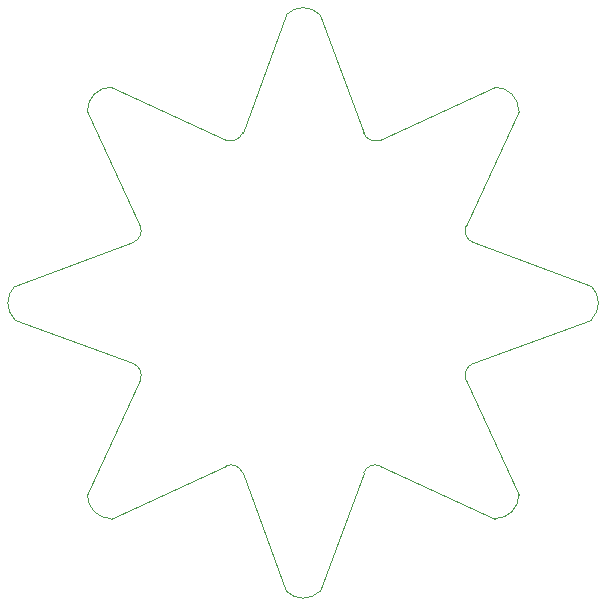
<source format=gbr>
G04 #@! TF.GenerationSoftware,KiCad,Pcbnew,5.1.5-52549c5~86~ubuntu19.04.1*
G04 #@! TF.CreationDate,2020-07-03T08:48:01-07:00*
G04 #@! TF.ProjectId,smd-star,736d642d-7374-4617-922e-6b696361645f,rev?*
G04 #@! TF.SameCoordinates,Original*
G04 #@! TF.FileFunction,Profile,NP*
%FSLAX46Y46*%
G04 Gerber Fmt 4.6, Leading zero omitted, Abs format (unit mm)*
G04 Created by KiCad (PCBNEW 5.1.5-52549c5~86~ubuntu19.04.1) date 2020-07-03 08:48:01*
%MOMM*%
%LPD*%
G04 APERTURE LIST*
%ADD10C,0.050000*%
G04 APERTURE END LIST*
D10*
X-5123000Y-14399000D02*
X-1414000Y-24414000D01*
X-16263000Y-18263000D02*
X-6506000Y-13782000D01*
X-13782000Y-6506000D02*
X-18263000Y-16263000D01*
X-24414000Y-1414000D02*
X-14399000Y-5123000D01*
X-14399000Y5123000D02*
X-24414000Y1414000D01*
X-18263000Y16263000D02*
X-13782000Y6506000D01*
X-6506000Y13782000D02*
X-16263000Y18263000D01*
X-1414000Y24414000D02*
X-5123000Y14399000D01*
X-14399000Y5123000D02*
G75*
G03X-13782000Y6506000I-383000J1000000D01*
G01*
X-14399000Y-5123000D02*
G75*
G02X-13782000Y-6506000I-383000J-1000000D01*
G01*
X-5123000Y14399000D02*
G75*
G02X-6506000Y13782000I-1000000J383000D01*
G01*
X-5123000Y-14399000D02*
G75*
G03X-6506000Y-13782000I-1000000J-383000D01*
G01*
X5123000Y-14399000D02*
X1414000Y-24414000D01*
X16263000Y-18263000D02*
X6506000Y-13782000D01*
X5123000Y-14399000D02*
G75*
G02X6506000Y-13782000I1000000J-383000D01*
G01*
X18263000Y-16263000D02*
X13782000Y-6506000D01*
X24414000Y-1414000D02*
X14399000Y-5123000D01*
X14399000Y-5123000D02*
G75*
G03X13782000Y-6506000I383000J-1000000D01*
G01*
X14399000Y5123000D02*
X24414000Y1414000D01*
X18263000Y16263000D02*
X13782000Y6506000D01*
X14399000Y5123000D02*
G75*
G02X13782000Y6506000I383000J1000000D01*
G01*
X6506000Y13782000D02*
X16263000Y18263000D01*
X5123000Y14399000D02*
X1414000Y24414000D01*
X5123000Y14399000D02*
G75*
G03X6506000Y13782000I1000000J383000D01*
G01*
X16263000Y18263000D02*
G75*
G02X18263000Y16263000I0J-2000000D01*
G01*
X-18263000Y-16263000D02*
G75*
G03X-16263000Y-18263000I2000000J0D01*
G01*
X16263000Y-18263000D02*
G75*
G03X18263000Y-16263000I0J2000000D01*
G01*
X-16263000Y18263000D02*
G75*
G03X-18263000Y16263000I0J-2000000D01*
G01*
X24414000Y1414000D02*
G75*
G02X24414000Y-1414000I-1414000J-1414000D01*
G01*
X-24414000Y1414000D02*
G75*
G03X-24414000Y-1414000I1414000J-1414000D01*
G01*
X-1414000Y24414000D02*
G75*
G02X1414000Y24414000I1414000J-1414000D01*
G01*
X-1414000Y-24414000D02*
G75*
G03X1414000Y-24414000I1414000J1414000D01*
G01*
M02*

</source>
